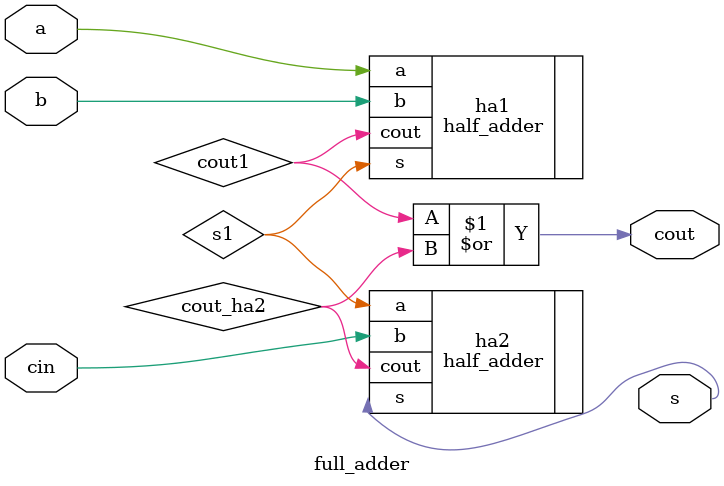
<source format=v>
module full_adder(
    input a,
    input b,
    input cin,
    output s,
    output cout
);

    wire s1;
    wire cout1;
    wire cout_ha2; //Added to store cout from ha2

    half_adder ha1 (
        .a(a),
        .b(b),
        .s(s1),
        .cout(cout1)
    );

    half_adder ha2 (
        .a(s1),
        .b(cin),
        .s(s),
        .cout(cout_ha2) //Changed to store cout in cout_ha2
    );

    assign cout = cout1 | cout_ha2; //Corrected cout calculation

endmodule

</source>
